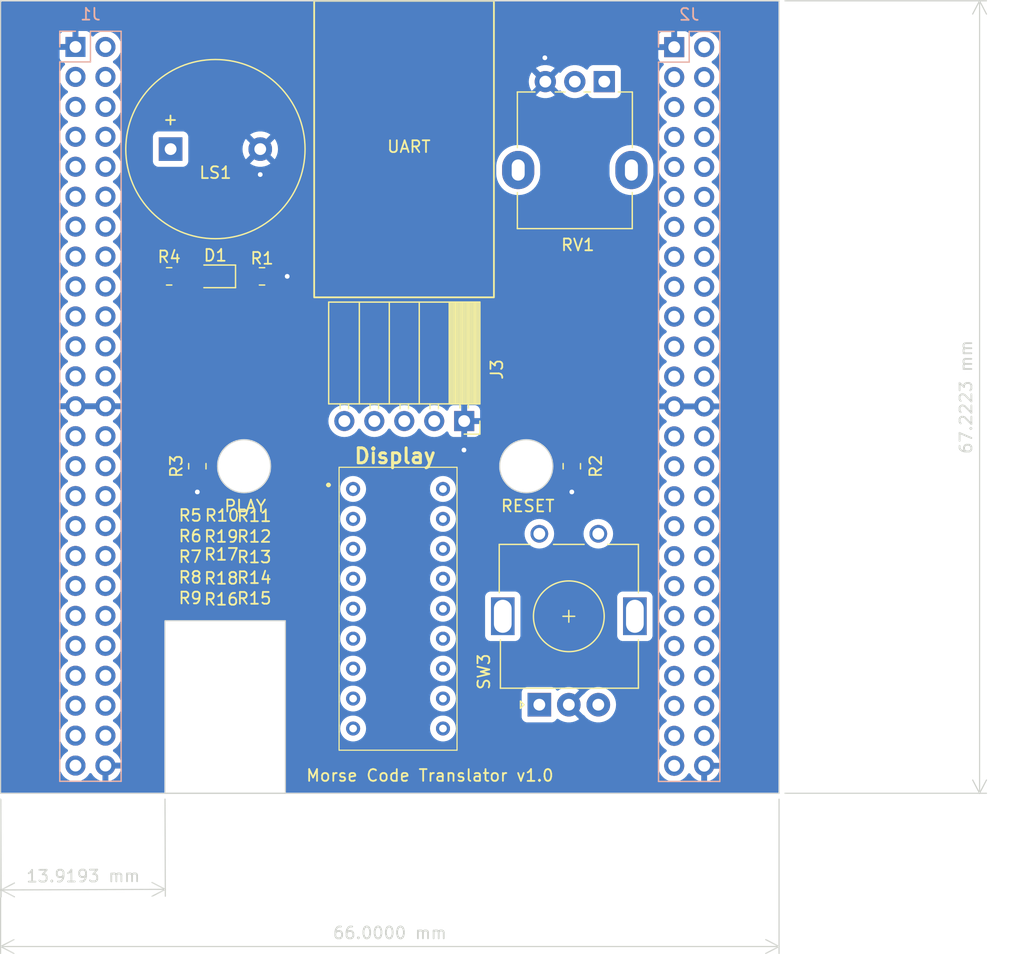
<source format=kicad_pcb>
(kicad_pcb (version 20221018) (generator pcbnew)
  (layers (0 "F.Cu" signal) (31 "B.Cu" signal) (34 "B.Paste" user) (35 "F.Paste" user) (36 "B.SilkS" user "B.Silkscreen") (37 "F.SilkS" user "F.Silkscreen") (38 "B.Mask" user) (39 "F.Mask" user) (44 "Edge.Cuts" user))
  (net 0 "")
  (net 1 "5V")
  (net 2 "3V")
  (net 46 "TXD")
  (net 47 "A")
  (net 48 "B")
  (net 49 "D1")
  (net 50 "D2")
  (net 51 "E")
  (net 52 "F")
  (net 53 "G1")
  (net 54 "G2")
  (net 55 "H")
  (net 56 "J")
  (net 57 "K")
  (net 58 "L")
  (net 59 "M")
  (net 60 "N")
  (net 61 "DP")
  (net 62 "dp")
  (net 63 "n")
  (net 73 "m")
  (net 74 "l")
  (net 75 "k")
  (net 76 "j")
  (net 77 "h")
  (net 78 "g2")
  (net 79 "g1")
  (net 80 "f")
  (net 81 "e")
  (net 82 "d2")
  (net 83 "d1")
  (net 84 "b")
  (net 85 "a")
  (net 88 "GND")
  (net 89 "Net-(LS1-Pad1)")
  (net 90 "Net-(D1-K)")
  (net 91 "OUTPUT")
  (net 92 "RXD")
  (net 94 "RESET")
  (net 95 "PLAY")
  (net 96 "Net-(R4-Pad1)")
  (net 97 "Increment")
  (net 98 "Decrement")
  (footprint "Resistor_SMD:R_0201_0603Metric" (layer "F.Cu") (at 106.081 96.238)
    (fp_text reference "R6" (at 0 -1.05) (layer "F.SilkS"))
    (fp_text value "100")
    (pad "1" smd roundrect (at -0.32 0) (size 0.46 0.4) (layers "F.Cu" "F.Mask") (net 48 "B"))
    (pad "2" smd roundrect (at 0.32 0) (size 0.46 0.4) (layers "F.Cu" "F.Mask") (net 84 "b"))
  )
  (footprint "Resistor_SMD:R_0201_0603Metric" (layer "F.Cu") (at 111.506 94.516)
    (fp_text reference "R11" (at 0 -1.05) (layer "F.SilkS"))
    (fp_text value "100")
    (pad "1" smd roundrect (at -0.32 0) (size 0.46 0.4) (layers "F.Cu" "F.Mask") (net 53 "G1"))
    (pad "2" smd roundrect (at 0.32 0) (size 0.46 0.4) (layers "F.Cu" "F.Mask") (net 79 "g1"))
  )
  (footprint "Resistor_SMD:R_0201_0603Metric" (layer "F.Cu") (at 106.081 99.738)
    (fp_text reference "R8" (at 0 -1.05) (layer "F.SilkS"))
    (fp_text value "100")
    (pad "1" smd roundrect (at -0.32 0) (size 0.46 0.4) (layers "F.Cu" "F.Mask") (net 50 "D2"))
    (pad "2" smd roundrect (at 0.32 0) (size 0.46 0.4) (layers "F.Cu" "F.Mask") (net 82 "d2"))
  )
  (footprint "Buzzer_Beeper:Buzzer_15x7.5RM7.6" (layer "F.Cu") (at 104.414 62.357)
    (fp_text reference "LS1" (at 3.8 1.999998) (layer "F.SilkS"))
    (fp_text value "Speaker")
    (fp_text user "+" (at -0.01 -2.54) (layer "F.SilkS"))
    (fp_circle (center 3.8 0) (end 11.4 0) (stroke (width 0.12)) (fill none) (layer "F.SilkS"))
    (pad "1" thru_hole rect (at 0 0) (size 2 2) (drill 1) (layers "*.Cu" "*.Mask") (net 89 "Net-(LS1-Pad1)"))
    (pad "2" thru_hole circle (at 7.6 0) (size 2 2) (drill 1) (layers "*.Cu" "*.Mask") (net 88 "GND"))
  )
  (footprint "Resistor_SMD:R_0201_0603Metric" (layer "F.Cu") (at 108.712 99.822)
    (fp_text reference "R18" (at 0 -1.05) (layer "F.SilkS"))
    (fp_text value "100")
    (pad "1" smd roundrect (at -0.32 0) (size 0.46 0.4) (layers "F.Cu" "F.Mask") (net 60 "N"))
    (pad "2" smd roundrect (at 0.32 0) (size 0.46 0.4) (layers "F.Cu" "F.Mask") (net 63 "n"))
  )
  (footprint "Resistor_SMD:R_0201_0603Metric" (layer "F.Cu") (at 111.506 101.516)
    (fp_text reference "R15" (at 0 -1.05) (layer "F.SilkS"))
    (fp_text value "100")
    (pad "1" smd roundrect (at -0.32 0) (size 0.46 0.4) (layers "F.Cu" "F.Mask") (net 57 "K"))
    (pad "2" smd roundrect (at 0.32 0) (size 0.46 0.4) (layers "F.Cu" "F.Mask") (net 75 "k"))
  )
  (footprint "Resistor_SMD:R_0201_0603Metric" (layer "F.Cu") (at 108.712 97.79)
    (fp_text reference "R17" (at 0 -1.05) (layer "F.SilkS"))
    (fp_text value "100")
    (pad "1" smd roundrect (at -0.32 0) (size 0.46 0.4) (layers "F.Cu" "F.Mask") (net 59 "M"))
    (pad "2" smd roundrect (at 0.32 0) (size 0.46 0.4) (layers "F.Cu" "F.Mask") (net 73 "m"))
  )
  (footprint "Resistor_SMD:R_0201_0603Metric" (layer "F.Cu") (at 108.712 96.266)
    (fp_text reference "R19" (at 0 -1.05) (layer "F.SilkS"))
    (fp_text value "100")
    (pad "1" smd roundrect (at -0.32 0) (size 0.46 0.4) (layers "F.Cu" "F.Mask") (net 61 "DP"))
    (pad "2" smd roundrect (at 0.32 0) (size 0.46 0.4) (layers "F.Cu" "F.Mask") (net 62 "dp"))
  )
  (footprint "Resistor_SMD:R_0201_0603Metric" (layer "F.Cu") (at 108.712 101.6)
    (fp_text reference "R16" (at 0 -1.05) (layer "F.SilkS"))
    (fp_text value "100")
    (pad "1" smd roundrect (at -0.32 0) (size 0.46 0.4) (layers "F.Cu" "F.Mask") (net 58 "L"))
    (pad "2" smd roundrect (at 0.32 0) (size 0.46 0.4) (layers "F.Cu" "F.Mask") (net 74 "l"))
  )
  (footprint "Resistor_SMD:R_0201_0603Metric" (layer "F.Cu") (at 111.506 96.266)
    (fp_text reference "R12" (at 0 -1.05) (layer "F.SilkS"))
    (fp_text value "100")
    (pad "1" smd roundrect (at -0.32 0) (size 0.46 0.4) (layers "F.Cu" "F.Mask") (net 54 "G2"))
    (pad "2" smd roundrect (at 0.32 0) (size 0.46 0.4) (layers "F.Cu" "F.Mask") (net 78 "g2"))
  )
  (footprint "Resistor_SMD:R_0805_2012Metric" (layer "F.Cu") (at 138.43 89.2575 -90)
    (fp_text reference "R2" (at 0 -2.032 90) (layer "F.SilkS"))
    (fp_text value "10k")
    (fp_line (start -0.227064 -0.735) (end 0.227064 -0.735) (stroke (width 0.12)) (layer "F.SilkS"))
    (fp_line (start -0.227064 0.735) (end 0.227064 0.735) (stroke (width 0.12)) (layer "F.SilkS"))
    (pad "1" smd roundrect (at -0.9125 0 270) (size 1.025 1.4) (layers "F.Cu" "F.Paste" "F.Mask") (roundrect_rratio 0.243902439) (net 94 "RESET"))
    (pad "2" smd roundrect (at 0.9125 0 270) (size 1.025 1.4) (layers "F.Cu" "F.Paste" "F.Mask") (roundrect_rratio 0.243902439) (net 88 "GND"))
  )
  (footprint "Resistor_SMD:R_0201_0603Metric" (layer "F.Cu") (at 111.506 98.016)
    (fp_text reference "R13" (at 0 -1.05) (layer "F.SilkS"))
    (fp_text value "100")
    (pad "1" smd roundrect (at -0.32 0) (size 0.46 0.4) (layers "F.Cu" "F.Mask") (net 55 "H"))
    (pad "2" smd roundrect (at 0.32 0) (size 0.46 0.4) (layers "F.Cu" "F.Mask") (net 77 "h"))
  )
  (footprint "Resistor_SMD:R_0201_0603Metric" (layer "F.Cu") (at 106.081 94.488)
    (fp_text reference "R5" (at 0 -1.05) (layer "F.SilkS"))
    (fp_text value "100")
    (pad "1" smd roundrect (at -0.32 0) (size 0.46 0.4) (layers "F.Cu" "F.Mask") (net 47 "A"))
    (pad "2" smd roundrect (at 0.32 0) (size 0.46 0.4) (layers "F.Cu" "F.Mask") (net 85 "a"))
  )
  (footprint "Connector_PinSocket_2.54mm:PinSocket_1x05_P2.54mm_Horizontal" (layer "F.Cu") (at 129.306 85.426 -90)
    (fp_text reference "J3" (at -4.38 -2.77 90) (layer "F.SilkS"))
    (fp_text value "UART")
    (fp_line (start -10.09 -1.33) (end -10.09 11.49) (stroke (width 0.12)) (layer "F.SilkS"))
    (fp_line (start -10.09 -1.33) (end -1.46 -1.33) (stroke (width 0.12)) (layer "F.SilkS"))
    (fp_line (start -10.09 -1.21) (end -1.46 -1.21) (stroke (width 0.12)) (layer "F.SilkS"))
    (fp_line (start -10.09 -1.091905) (end -1.46 -1.091905) (stroke (width 0.12)) (layer "F.SilkS"))
    (fp_line (start -10.09 -0.97381) (end -1.46 -0.97381) (stroke (width 0.12)) (layer "F.SilkS"))
    (fp_line (start -10.09 -0.855715) (end -1.46 -0.855715) (stroke (width 0.12)) (layer "F.SilkS"))
    (fp_line (start -10.09 -0.73762) (end -1.46 -0.73762) (stroke (width 0.12)) (layer "F.SilkS"))
    (fp_line (start -10.09 -0.619525) (end -1.46 -0.619525) (stroke (width 0.12)) (layer "F.SilkS"))
    (fp_line (start -10.09 -0.50143) (end -1.46 -0.50143) (stroke (width 0.12)) (layer "F.SilkS"))
    (fp_line (start -10.09 -0.383335) (end -1.46 -0.383335) (stroke (width 0.12)) (layer "F.SilkS"))
    (fp_line (start -10.09 -0.26524) (end -1.46 -0.26524) (stroke (width 0.12)) (layer "F.SilkS"))
    (fp_line (start -10.09 -0.147145) (end -1.46 -0.147145) (stroke (width 0.12)) (layer "F.SilkS"))
    (fp_line (start -10.09 -0.02905) (end -1.46 -0.02905) (stroke (width 0.12)) (layer "F.SilkS"))
    (fp_line (start -10.09 0.089045) (end -1.46 0.089045) (stroke (width 0.12)) (layer "F.SilkS"))
    (fp_line (start -10.09 0.20714) (end -1.46 0.20714) (stroke (width 0.12)) (layer "F.SilkS"))
    (fp_line (start -10.09 0.325235) (end -1.46 0.325235) (stroke (width 0.12)) (layer "F.SilkS"))
    (fp_line (start -10.09 0.44333) (end -1.46 0.44333) (stroke (width 0.12)) (layer "F.SilkS"))
    (fp_line (start -10.09 0.561425) (end -1.46 0.561425) (stroke (width 0.12)) (layer "F.SilkS"))
    (fp_line (start -10.09 0.67952) (end -1.46 0.67952) (stroke (width 0.12)) (layer "F.SilkS"))
    (fp_line (start -10.09 0.797615) (end -1.46 0.797615) (stroke (width 0.12)) (layer "F.SilkS"))
    (fp_line (start -10.09 0.91571) (end -1.46 0.91571) (stroke (width 0.12)) (layer "F.SilkS"))
    (fp_line (start -10.09 1.033805) (end -1.46 1.033805) (stroke (width 0.12)) (layer "F.SilkS"))
    (fp_line (start -10.09 1.1519) (end -1.46 1.1519) (stroke (width 0.12)) (layer "F.SilkS"))
    (fp_line (start -10.09 1.27) (end -1.46 1.27) (stroke (width 0.12)) (layer "F.SilkS"))
    (fp_line (start -10.09 3.81) (end -1.46 3.81) (stroke (width 0.12)) (layer "F.SilkS"))
    (fp_line (start -10.09 6.35) (end -1.46 6.35) (stroke (width 0.12)) (layer "F.SilkS"))
    (fp_line (start -10.09 8.89) (end -1.46 8.89) (stroke (width 0.12)) (layer "F.SilkS"))
    (fp_line (start -10.09 11.49) (end -1.46 11.49) (stroke (width 0.12)) (layer "F.SilkS"))
    (fp_line (start -1.46 -1.33) (end -1.46 11.49) (stroke (width 0.12)) (layer "F.SilkS"))
    (fp_line (start -1.46 -0.36) (end -1.11 -0.36) (stroke (width 0.12)) (layer "F.SilkS"))
    (fp_line (start -1.46 0.36) (end -1.11 0.36) (stroke (width 0.12)) (layer "F.SilkS"))
    (fp_line (start -1.46 2.18) (end -1.05 2.18) (stroke (width 0.12)) (layer "F.SilkS"))
    (fp_line (start -1.46 2.9) (end -1.05 2.9) (stroke (width 0.12)) (layer "F.SilkS"))
    (fp_line (start -1.46 4.72) (end -1.05 4.72) (stroke (width 0.12)) (layer "F.SilkS"))
    (fp_line (start -1.46 5.44) (end -1.05 5.44) (stroke (width 0.12)) (layer "F.SilkS"))
    (fp_line (start -1.46 7.26) (end -1.05 7.26) (stroke (width 0.12)) (layer "F.SilkS"))
    (fp_line (start -1.46 7.98) (end -1.05 7.98) (stroke (width 0.12)) (layer "F.SilkS"))
    (fp_line (start -1.46 9.8) (end -1.05 9.8) (stroke (width 0.12)) (layer "F.SilkS"))
    (fp_line (start -1.46 10.52) (end -1.05 10.52) (stroke (width 0.12)) (layer "F.SilkS"))
    (fp_line (start 0 -1.33) (end 1.11 -1.33) (stroke (width 0.12)) (layer "F.SilkS"))
    (fp_line (start 1.11 -1.33) (end 1.11 0) (stroke (width 0.12)) (layer "F.SilkS"))
    (pad "1" thru_hole rect (at 0 0 270) (size 1.7 1.7) (drill 1) (layers "*.Cu" "*.Mask") (net 88 "GND"))
    (pad "2" thru_hole oval (at 0 2.54 270) (size 1.7 1.7) (drill 1) (layers "*.Cu" "*.Mask"))
    (pad "3" thru_hole oval (at 0 5.08 270) (size 1.7 1.7) (drill 1) (layers "*.Cu" "*.Mask") (net 46 "TXD"))
    (pad "4" thru_hole oval (at 0 7.62 270) (size 1.7 1.7) (drill 1) (layers "*.Cu" "*.Mask") (net 92 "RXD"))
    (pad "5" thru_hole oval (at 0 10.16 270) (size 1.7 1.7) (drill 1) (layers "*.Cu" "*.Mask"))
  )
  (footprint "Resistor_SMD:R_0805_2012Metric" (layer "F.Cu") (at 106.68 89.2575 -90)
    (fp_text reference "R3" (at 0 1.778 -90) (layer "F.SilkS"))
    (fp_text value "10k")
    (fp_line (start -0.227064 -0.735) (end 0.227064 -0.735) (stroke (width 0.12)) (layer "F.SilkS"))
    (fp_line (start -0.227064 0.735) (end 0.227064 0.735) (stroke (width 0.12)) (layer "F.SilkS"))
    (pad "1" smd roundrect (at -0.9125 0 270) (size 1.025 1.4) (layers "F.Cu" "F.Paste" "F.Mask") (roundrect_rratio 0.243902439) (net 95 "PLAY"))
    (pad "2" smd roundrect (at 0.9125 0 270) (size 1.025 1.4) (layers "F.Cu" "F.Paste" "F.Mask") (roundrect_rratio 0.243902439) (net 88 "GND"))
  )
  (footprint "Resistor_SMD:R_0201_0603Metric" (layer "F.Cu") (at 111.506 99.766)
    (fp_text reference "R14" (at 0 -1.05) (layer "F.SilkS"))
    (fp_text value "100")
    (pad "1" smd roundrect (at -0.32 0) (size 0.46 0.4) (layers "F.Cu" "F.Mask") (net 56 "J"))
    (pad "2" smd roundrect (at 0.32 0) (size 0.46 0.4) (layers "F.Cu" "F.Mask") (net 76 "j"))
  )
  (footprint "Resistor_SMD:R_0201_0603Metric" (layer "F.Cu") (at 106.081 101.488)
    (fp_text reference "R9" (at 0 -1.05) (layer "F.SilkS"))
    (fp_text value "100")
    (pad "1" smd roundrect (at -0.32 0) (size 0.46 0.4) (layers "F.Cu" "F.Mask") (net 51 "E"))
    (pad "2" smd roundrect (at 0.32 0) (size 0.46 0.4) (layers "F.Cu" "F.Mask") (net 81 "e"))
  )
  (footprint "Resistor_SMD:R_0201_0603Metric" (layer "F.Cu") (at 106.081 97.988)
    (fp_text reference "R7" (at 0 -1.05) (layer "F.SilkS"))
    (fp_text value "100")
    (pad "1" smd roundrect (at -0.32 0) (size 0.46 0.4) (layers "F.Cu" "F.Mask") (net 49 "D1"))
    (pad "2" smd roundrect (at 0.32 0) (size 0.46 0.4) (layers "F.Cu" "F.Mask") (net 83 "d1"))
  )
  (footprint "Resistor_SMD:R_0201_0603Metric" (layer "F.Cu") (at 108.778 94.488)
    (fp_text reference "R10" (at 0 -1.05) (layer "F.SilkS"))
    (fp_text value "100")
    (pad "1" smd roundrect (at -0.32 0) (size 0.46 0.4) (layers "F.Cu" "F.Mask") (net 52 "F"))
    (pad "2" smd roundrect (at 0.32 0) (size 0.46 0.4) (layers "F.Cu" "F.Mask") (net 80 "f"))
  )
  (footprint "LDSE3904RI" (layer "F.Cu") (at 119.888 91.186)
    (fp_text reference "Display" (at 3.556 -2.794) (layer "F.SilkS") (effects (font (size 1.27 1.27) (thickness 0.254))))
    (fp_text value "LDSE3904RI" hide)
    (fp_line (start -2.19 -0.34) (end -2.19 -0.34) (stroke (width 0.2)) (layer "F.SilkS"))
    (fp_line (start -1.99 -0.34) (end -1.99 -0.34) (stroke (width 0.2)) (layer "F.SilkS"))
    (fp_line (start -1.19 -1.84) (end 8.81 -1.84) (stroke (width 0.1)) (layer "F.SilkS"))
    (fp_line (start -1.19 22.16) (end -1.19 -1.84) (stroke (width 0.1)) (layer "F.SilkS"))
    (fp_line (start 8.81 -1.84) (end 8.81 22.16) (stroke (width 0.1)) (layer "F.SilkS"))
    (fp_line (start 8.81 22.16) (end -1.19 22.16) (stroke (width 0.1)) (layer "F.SilkS"))
    (fp_arc (start -2.19 -0.34) (mid -2.09 -0.44) (end -1.99 -0.34) (stroke (width 0.2)) (layer "F.SilkS"))
    (fp_arc (start -1.99 -0.34) (mid -2.09 -0.24) (end -2.19 -0.34) (stroke (width 0.2)) (layer "F.SilkS"))
    (pad "1" thru_hole circle (at 0 0) (size 1.192 1.192) (drill 0.65) (layers "*.Cu" "*.Mask"))
    (pad "2" thru_hole circle (at 0 2.54) (size 1.192 1.192) (drill 0.65) (layers "*.Cu" "*.Mask"))
    (pad "3" thru_hole circle (at 0 5.08) (size 1.192 1.192) (drill 0.65) (layers "*.Cu" "*.Mask"))
    (pad "4" thru_hole circle (at 0 7.62) (size 1.192 1.192) (drill 0.65) (layers "*.Cu" "*.Mask"))
    (pad "5" thru_hole circle (at 0 10.16) (size 1.192 1.192) (drill 0.65) (layers "*.Cu" "*.Mask"))
    (pad "6" thru_hole circle (at 0 12.7) (size 1.192 1.192) (drill 0.65) (layers "*.Cu" "*.Mask"))
    (pad "7" thru_hole circle (at 0 15.24) (size 1.192 1.192) (drill 0.65) (layers "*.Cu" "*.Mask"))
    (pad "8" thru_hole circle (at 0 17.78) (size 1.192 1.192) (drill 0.65) (layers "*.Cu" "*.Mask"))
    (pad "9" thru_hole circle (at 0 20.32) (size 1.192 1.192) (drill 0.65) (layers "*.Cu" "*.Mask"))
    (pad "10" thru_hole circle (at 7.62 20.32) (size 1.192 1.192) (drill 0.65) (layers "*.Cu" "*.Mask"))
    (pad "11" thru_hole circle (at 7.62 17.78) (size 1.192 1.192) (drill 0.65) (layers "*.Cu" "*.Mask"))
    (pad "12" thru_hole circle (at 7.62 15.24) (size 1.192 1.192) (drill 0.65) (layers "*.Cu" "*.Mask"))
    (pad "13" thru_hole circle (at 7.62 12.7) (size 1.192 1.192) (drill 0.65) (layers "*.Cu" "*.Mask"))
    (pad "14" thru_hole circle (at 7.62 10.16) (size 1.192 1.192) (drill 0.65) (layers "*.Cu" "*.Mask"))
    (pad "15" thru_hole circle (at 7.62 7.62) (size 1.192 1.192) (drill 0.65) (layers "*.Cu" "*.Mask"))
    (pad "16" thru_hole circle (at 7.62 5.08) (size 1.192 1.192) (drill 0.65) (layers "*.Cu" "*.Mask"))
    (pad "17" thru_hole circle (at 7.62 2.54) (size 1.192 1.192) (drill 0.65) (layers "*.Cu" "*.Mask"))
    (pad "18" thru_hole circle (at 7.62 0) (size 1.192 1.192) (drill 0.65) (layers "*.Cu" "*.Mask"))
  )
  (footprint "Rotary_Encoder:RotaryEncoder_Alps_EC11E_Vertical_H20mm" (layer "F.Cu") (at 135.676 109.487 90)
    (fp_text reference "SW3" (at 2.8 -4.7 90) (layer "F.SilkS"))
    (fp_text value "RotaryEncoder")
    (fp_line (start -0.3 -1.6) (end 0.3 -1.6) (stroke (width 0.12)) (layer "F.SilkS"))
    (fp_line (start 0 -1.3) (end -0.3 -1.6) (stroke (width 0.12)) (layer "F.SilkS"))
    (fp_line (start 0.3 -1.6) (end 0 -1.3) (stroke (width 0.12)) (layer "F.SilkS"))
    (fp_line (start 1.4 -3.3) (end 1.4 8.4) (stroke (width 0.12)) (layer "F.SilkS"))
    (fp_line (start 5.5 -3.3) (end 1.4 -3.3) (stroke (width 0.12)) (layer "F.SilkS"))
    (fp_line (start 5.5 8.4) (end 1.4 8.4) (stroke (width 0.12)) (layer "F.SilkS"))
    (fp_line (start 7 2.5) (end 8 2.5) (stroke (width 0.12)) (layer "F.SilkS"))
    (fp_line (start 7.5 2) (end 7.5 3) (stroke (width 0.12)) (layer "F.SilkS"))
    (fp_line (start 9.5 -3.4) (end 13.6 -3.4) (stroke (width 0.12)) (layer "F.SilkS"))
    (fp_line (start 13.6 -3.4) (end 13.6 -0.8) (stroke (width 0.12)) (layer "F.SilkS"))
    (fp_line (start 13.6 1.2) (end 13.6 3.8) (stroke (width 0.12)) (layer "F.SilkS"))
    (fp_line (start 13.6 5.8) (end 13.6 8.4) (stroke (width 0.12)) (layer "F.SilkS"))
    (fp_line (start 13.6 8.4) (end 9.5 8.4) (stroke (width 0.12)) (layer "F.SilkS"))
    (fp_circle (center 7.5 2.5) (end 10.5 2.5) (stroke (width 0.12)) (fill none) (layer "F.SilkS"))
    (pad "" thru_hole circle (at 14.5 0 90) (size 1.5 1.5) (drill 1) (layers "*.Cu" "*.Mask"))
    (pad "" thru_hole circle (at 14.5 5 90) (size 1.5 1.5) (drill 1) (layers "*.Cu" "*.Mask"))
    (pad "A" thru_hole rect (at 0 0 90) (size 2 2) (drill 1) (layers "*.Cu" "*.Mask") (net 97 "Increment"))
    (pad "B" thru_hole circle (at 0 5 90) (size 2 2) (drill 1) (layers "*.Cu" "*.Mask") (net 98 "Decrement"))
    (pad "C" thru_hole circle (at 0 2.5 90) (size 2 2) (drill 1) (layers "*.Cu" "*.Mask") (net 88 "GND"))
    (pad "MP" thru_hole rect (at 7.5 -3.1 90) (size 3.2 2) (drill oval 2.8 1.5) (layers "*.Cu" "*.Mask"))
    (pad "MP" thru_hole rect (at 7.5 8.1 90) (size 3.2 2) (drill oval 2.8 1.5) (layers "*.Cu" "*.Mask"))
  )
  (footprint "Resistor_SMD:R_0805_2012Metric" (layer "F.Cu") (at 112.1645 73.152)
    (fp_text reference "R1" (at 0 -1.524) (layer "F.SilkS"))
    (fp_text value "330")
    (fp_line (start -0.227064 -0.735) (end 0.227064 -0.735) (stroke (width 0.12)) (layer "F.SilkS"))
    (fp_line (start -0.227064 0.735) (end 0.227064 0.735) (stroke (width 0.12)) (layer "F.SilkS"))
    (pad "1" smd roundrect (at -0.9125 0) (size 1.025 1.4) (layers "F.Cu" "F.Paste" "F.Mask") (roundrect_rratio 0.243902439) (net 90 "Net-(D1-K)"))
    (pad "2" smd roundrect (at 0.9125 0) (size 1.025 1.4) (layers "F.Cu" "F.Paste" "F.Mask") (roundrect_rratio 0.243902439) (net 88 "GND"))
  )
  (footprint "Resistor_SMD:R_0805_2012Metric" (layer "F.Cu") (at 104.2905 73.152)
    (fp_text reference "R4" (at 0 -1.65) (layer "F.SilkS"))
    (fp_text value "1k")
    (fp_line (start -0.227064 -0.735) (end 0.227064 -0.735) (stroke (width 0.12)) (layer "F.SilkS"))
    (fp_line (start -0.227064 0.735) (end 0.227064 0.735) (stroke (width 0.12)) (layer "F.SilkS"))
    (pad "1" smd roundrect (at -0.9125 0) (size 1.025 1.4) (layers "F.Cu" "F.Paste" "F.Mask") (roundrect_rratio 0.243902439) (net 96 "Net-(R4-Pad1)"))
    (pad "2" smd roundrect (at 0.9125 0) (size 1.025 1.4) (layers "F.Cu" "F.Paste" "F.Mask") (roundrect_rratio 0.243902439) (net 89 "Net-(LS1-Pad1)"))
  )
  (footprint "Potentiometer_THT:Potentiometer_Alpha_RD901F-40-00D_Single_Vertical" (layer "F.Cu") (at 141.184 56.632 -90)
    (fp_text reference "RV1" (at 13.853 2.246 -180) (layer "F.SilkS"))
    (fp_text value "10k")
    (fp_line (start 0.88 -2.38) (end 5.6 -2.38) (stroke (width 0.12)) (layer "F.SilkS"))
    (fp_line (start 0.88 -1.19) (end 0.88 -2.37) (stroke (width 0.12)) (layer "F.SilkS"))
    (fp_line (start 0.88 1.71) (end 0.88 1.18) (stroke (width 0.12)) (layer "F.SilkS"))
    (fp_line (start 0.88 4.16) (end 0.88 3.33) (stroke (width 0.12)) (layer "F.SilkS"))
    (fp_line (start 0.88 7.37) (end 0.88 5.88) (stroke (width 0.12)) (layer "F.SilkS"))
    (fp_line (start 0.88 7.37) (end 5.6 7.37) (stroke (width 0.12)) (layer "F.SilkS"))
    (fp_line (start 9.41 -2.37) (end 12.47 -2.37) (stroke (width 0.12)) (layer "F.SilkS"))
    (fp_line (start 9.41 7.37) (end 12.47 7.37) (stroke (width 0.12)) (layer "F.SilkS"))
    (fp_line (start 12.47 7.37) (end 12.47 -2.37) (stroke (width 0.12)) (layer "F.SilkS"))
    (pad "" thru_hole oval (at 7.5 -2.3) (size 2.72 3.24) (drill oval 1.1 1.8) (layers "*.Cu" "*.Mask"))
    (pad "" thru_hole oval (at 7.5 7.3) (size 2.72 3.24) (drill oval 1.1 1.8) (layers "*.Cu" "*.Mask"))
    (pad "1" thru_hole rect (at 0 0) (size 1.8 1.8) (drill 1) (layers "*.Cu" "*.Mask") (net 91 "OUTPUT"))
    (pad "2" thru_hole circle (at 0 2.5) (size 1.8 1.8) (drill 1) (layers "*.Cu" "*.Mask") (net 96 "Net-(R4-Pad1)"))
    (pad "3" thru_hole circle (at 0 5) (size 1.8 1.8) (drill 1) (layers "*.Cu" "*.Mask") (net 88 "GND"))
  )
  (footprint "LED_SMD:LED_0805_2012Metric" (layer "F.Cu") (at 108.234 73.152 180)
    (fp_text reference "D1" (at 0.03 1.778) (layer "F.SilkS"))
    (fp_text value "Output_LED")
    (fp_line (start -1.685 -0.96) (end -1.685 0.96) (stroke (width 0.12)) (layer "F.SilkS"))
    (fp_line (start -1.685 0.96) (end 1 0.96) (stroke (width 0.12)) (layer "F.SilkS"))
    (fp_line (start 1 -0.96) (end -1.685 -0.96) (stroke (width 0.12)) (layer "F.SilkS"))
    (pad "1" smd roundrect (at -0.9375 0 180) (size 0.975 1.4) (layers "F.Cu" "F.Paste" "F.Mask") (net 90 "Net-(D1-K)"))
    (pad "2" smd roundrect (at 0.9375 0 180) (size 0.975 1.4) (layers "F.Cu" "F.Paste" "F.Mask") (net 91 "OUTPUT"))
  )
  (footprint "Connector_PinSocket_2.54mm:PinSocket_2x25_P2.54mm_Vertical" (layer "B.Cu") (at 147.110964 53.706552 180)
    (fp_text reference "J2" (at -1.27 2.77) (layer "B.SilkS") (effects (justify mirror)))
    (fp_text value "Right Socket")
    (fp_line (start -3.87 -62.29) (end 1.33 -62.29) (stroke (width 0.12)) (layer "B.SilkS"))
    (fp_line (start -3.87 1.33) (end -3.87 -62.29) (stroke (width 0.12)) (layer "B.SilkS"))
    (fp_line (start -3.87 1.33) (end -1.27 1.33) (stroke (width 0.12)) (layer "B.SilkS"))
    (fp_line (start -1.27 -1.27) (end 1.33 -1.27) (stroke (width 0.12)) (layer "B.SilkS"))
    (fp_line (start -1.27 1.33) (end -1.27 -1.27) (stroke (width 0.12)) (layer "B.SilkS"))
    (fp_line (start 0 1.33) (end 1.33 1.33) (stroke (width 0.12)) (layer "B.SilkS"))
    (fp_line (start 1.33 -1.27) (end 1.33 -62.29) (stroke (width 0.12)) (layer "B.SilkS"))
    (fp_line (start 1.33 1.33) (end 1.33 0) (stroke (width 0.12)) (layer "B.SilkS"))
    (pad "1" thru_hole rect (at 0 0 180) (size 1.7 1.7) (drill 1) (layers "*.Cu" "*.Mask") (net 88 "GND"))
    (pad "2" thru_hole oval (at -2.54 0 180) (size 1.7 1.7) (drill 1) (layers "*.Cu" "*.Mask") (net 47 "A"))
    (pad "3" thru_hole oval (at 0 -2.54 180) (size 1.7 1.7) (drill 1) (layers "*.Cu" "*.Mask") (net 48 "B"))
    (pad "4" thru_hole oval (at -2.54 -2.54 180) (size 1.7 1.7) (drill 1) (layers "*.Cu" "*.Mask") (net 49 "D1"))
    (pad "5" thru_hole oval (at 0 -5.08 180) (size 1.7 1.7) (drill 1) (layers "*.Cu" "*.Mask") (net 50 "D2"))
    (pad "6" thru_hole oval (at -2.54 -5.08 180) (size 1.7 1.7) (drill 1) (layers "*.Cu" "*.Mask") (net 51 "E"))
    (pad "7" thru_hole oval (at 0 -7.62 180) (size 1.7 1.7) (drill 1) (layers "*.Cu" "*.Mask") (net 52 "F"))
    (pad "8" thru_hole oval (at -2.54 -7.62 180) (size 1.7 1.7) (drill 1) (layers "*.Cu" "*.Mask") (net 53 "G1"))
    (pad "9" thru_hole oval (at 0 -10.16 180) (size 1.7 1.7) (drill 1) (layers "*.Cu" "*.Mask") (net 54 "G2"))
    (pad "10" thru_hole oval (at -2.54 -10.16 180) (size 1.7 1.7) (drill 1) (layers "*.Cu" "*.Mask") (net 55 "H"))
    (pad "11" thru_hole oval (at 0 -12.7 180) (size 1.7 1.7) (drill 1) (layers "*.Cu" "*.Mask") (net 56 "J"))
    (pad "12" thru_hole oval (at -2.54 -12.7 180) (size 1.7 1.7) (drill 1) (layers "*.Cu" "*.Mask") (net 57 "K"))
    (pad "13" thru_hole oval (at 0 -15.24 180) (size 1.7 1.7) (drill 1) (layers "*.Cu" "*.Mask") (net 58 "L"))
    (pad "14" thru_hole oval (at -2.54 -15.24 180) (size 1.7 1.7) (drill 1) (layers "*.Cu" "*.Mask") (net 59 "M"))
    (pad "15" thru_hole oval (at 0 -17.78 180) (size 1.7 1.7) (drill 1) (layers "*.Cu" "*.Mask") (net 60 "N"))
    (pad "16" thru_hole oval (at -2.54 -17.78 180) (size 1.7 1.7) (drill 1) (layers "*.Cu" "*.Mask") (net 61 "DP"))
    (pad "17" thru_hole oval (at 0 -20.32 180) (size 1.7 1.7) (drill 1) (layers "*.Cu" "*.Mask") (net 46 "TXD"))
    (pad "18" thru_hole oval (at -2.54 -20.32 180) (size 1.7 1.7) (drill 1) (layers "*.Cu" "*.Mask") (net 92 "RXD"))
    (pad "19" thru_hole oval (at 0 -22.86 180) (size 1.7 1.7) (drill 1) (layers "*.Cu" "*.Mask"))
    (pad "20" thru_hole oval (at -2.54 -22.86 180) (size 1.7 1.7) (drill 1) (layers "*.Cu" "*.Mask"))
    (pad "21" thru_hole oval (at 0 -25.4 180) (size 1.7 1.7) (drill 1) (layers "*.Cu" "*.Mask"))
    (pad "22" thru_hole oval (at -2.54 -25.4 180) (size 1.7 1.7) (drill 1) (layers "*.Cu" "*.Mask"))
    (pad "23" thru_hole oval (at 0 -27.94 180) (size 1.7 1.7) (drill 1) (layers "*.Cu" "*.Mask"))
    (pad "24" thru_hole oval (at -2.54 -27.94 180) (size 1.7 1.7) (drill 1) (layers "*.Cu" "*.Mask"))
    (pad "25" thru_hole oval (at 0 -30.48 180) (size 1.7 1.7) (drill 1) (layers "*.Cu" "*.Mask") (net 88 "GND"))
    (pad "26" thru_hole oval (at -2.54 -30.48 180) (size 1.7 1.7) (drill 1) (layers "*.Cu" "*.Mask") (net 88 "GND"))
    (pad "27" thru_hole oval (at 0 -33.02 180) (size 1.7 1.7) (drill 1) (layers "*.Cu" "*.Mask"))
    (pad "28" thru_hole oval (at -2.54 -33.02 180) (size 1.7 1.7) (drill 1) (layers "*.Cu" "*.Mask"))
    (pad "29" thru_hole oval (at 0 -35.56 180) (size 1.7 1.7) (drill 1) (layers "*.Cu" "*.Mask"))
    (pad "30" thru_hole oval (at -2.54 -35.56 180) (size 1.7 1.7) (drill 1) (layers "*.Cu" "*.Mask") (net 95 "PLAY"))
    (pad "31" thru_hole oval (at 0 -38.1 180) (size 1.7 1.7) (drill 1) (layers "*.Cu" "*.Mask") (net 94 "RESET"))
    (pad "32" thru_hole oval (at -2.54 -38.1 180) (size 1.7 1.7) (drill 1) (layers "*.Cu" "*.Mask") (net 91 "OUTPUT"))
    (pad "33" thru_hole oval (at 0 -40.64 180) (size 1.7 1.7) (drill 1) (layers "*.Cu" "*.Mask") (net 62 "dp"))
    (pad "34" thru_hole oval (at -2.54 -40.64 180) (size 1.7 1.7) (drill 1) (layers "*.Cu" "*.Mask") (net 63 "n"))
    (pad "35" thru_hole oval (at 0 -43.18 180) (size 1.7 1.7) (drill 1) (layers "*.Cu" "*.Mask") (net 73 "m"))
    (pad "36" thru_hole oval (at -2.54 -43.18 180) (size 1.7 1.7) (drill 1) (layers "*.Cu" "*.Mask") (net 74 "l"))
    (pad "37" thru_hole oval (at 0 -45.72 180) (size 1.7 1.7) (drill 1) (layers "*.Cu" "*.Mask") (net 75 "k"))
    (pad "38" thru_hole oval (at -2.54 -45.72 180) (size 1.7 1.7) (drill 1) (layers "*.Cu" "*.Mask") (net 76 "j"))
    (pad "39" thru_hole oval (at 0 -48.26 180) (size 1.7 1.7) (drill 1) (layers "*.Cu" "*.Mask") (net 77 "h"))
    (pad "40" thru_hole oval (at -2.54 -48.26 180) (size 1.7 1.7) (drill 1) (layers "*.Cu" "*.Mask") (net 78 "g2"))
    (pad "41" thru_hole oval (at 0 -50.8 180) (size 1.7 1.7) (drill 1) (layers "*.Cu" "*.Mask") (net 79 "g1"))
    (pad "42" thru_hole oval (at -2.54 -50.8 180) (size 1.7 1.7) (drill 1) (layers "*.Cu" "*.Mask") (net 80 "f"))
    (pad "43" thru_hole oval (at 0 -53.34 180) (size 1.7 1.7) (drill 1) (layers "*.Cu" "*.Mask") (net 81 "e"))
    (pad "44" thru_hole oval (at -2.54 -53.34 180) (size 1.7 1.7) (drill 1) (layers "*.Cu" "*.Mask") (net 82 "d2"))
    (pad "45" thru_hole oval (at 0 -55.88 180) (size 1.7 1.7) (drill 1) (layers "*.Cu" "*.Mask") (net 83 "d1"))
    (pad "46" thru_hole oval (at -2.54 -55.88 180) (size 1.7 1.7) (drill 1) (layers "*.Cu" "*.Mask") (net 84 "b"))
    (pad "47" thru_hole oval (at 0 -58.42 180) (size 1.7 1.7) (drill 1) (layers "*.Cu" "*.Mask") (net 85 "a"))
    (pad "48" thru_hole oval (at -2.54 -58.42 180) (size 1.7 1.7) (drill 1) (layers "*.Cu" "*.Mask"))
    (pad "49" thru_hole oval (at 0 -60.96 180) (size 1.7 1.7) (drill 1) (layers "*.Cu" "*.Mask"))
    (pad "50" thru_hole oval (at -2.54 -60.96 180) (size 1.7 1.7) (drill 1) (layers "*.Cu" "*.Mask") (net 88 "GND"))
  )
  (footprint "Connector_PinSocket_2.54mm:PinSocket_2x25_P2.54mm_Vertical" (layer "B.Cu") (at 96.34879 53.690999 180)
    (fp_text reference "J1" (at -1.27 2.77) (layer "B.SilkS") (effects (justify mirror)))
    (fp_text value "Left Socket")
    (fp_line (start -3.87 -62.29) (end 1.33 -62.29) (stroke (width 0.12)) (layer "B.SilkS"))
    (fp_line (start -3.87 1.33) (end -3.87 -62.29) (stroke (width 0.12)) (layer "B.SilkS"))
    (fp_line (start -3.87 1.33) (end -1.27 1.33) (stroke (width 0.12)) (layer "B.SilkS"))
    (fp_line (start -1.27 -1.27) (end 1.33 -1.27) (stroke (width 0.12)) (layer "B.SilkS"))
    (fp_line (start -1.27 1.33) (end -1.27 -1.27) (stroke (width 0.12)) (layer "B.SilkS"))
    (fp_line (start 0 1.33) (end 1.33 1.33) (stroke (width 0.12)) (layer "B.SilkS"))
    (fp_line (start 1.33 -1.27) (end 1.33 -62.29) (stroke (width 0.12)) (layer "B.SilkS"))
    (fp_line (start 1.33 1.33) (end 1.33 0) (stroke (width 0.12)) (layer "B.SilkS"))
    (pad "1" thru_hole rect (at 0 0 180) (size 1.7 1.7) (drill 1) (layers "*.Cu" "*.Mask") (net 88 "GND"))
    (pad "2" thru_hole oval (at -2.54 0 180) (size 1.7 1.7) (drill 1) (layers "*.Cu" "*.Mask") (net 1 "5V"))
    (pad "3" thru_hole oval (at 0 -2.54 180) (size 1.7 1.7) (drill 1) (layers "*.Cu" "*.Mask") (net 2 "3V"))
    (pad "4" thru_hole oval (at -2.54 -2.54 180) (size 1.7 1.7) (drill 1) (layers "*.Cu" "*.Mask"))
    (pad "5" thru_hole oval (at 0 -5.08 180) (size 1.7 1.7) (drill 1) (layers "*.Cu" "*.Mask"))
    (pad "6" thru_hole oval (at -2.54 -5.08 180) (size 1.7 1.7) (drill 1) (layers "*.Cu" "*.Mask"))
    (pad "7" thru_hole oval (at 0 -7.62 180) (size 1.7 1.7) (drill 1) (layers "*.Cu" "*.Mask"))
    (pad "8" thru_hole oval (at -2.54 -7.62 180) (size 1.7 1.7) (drill 1) (layers "*.Cu" "*.Mask"))
    (pad "9" thru_hole oval (at 0 -10.16 180) (size 1.7 1.7) (drill 1) (layers "*.Cu" "*.Mask"))
    (pad "10" thru_hole oval (at -2.54 -10.16 180) (size 1.7 1.7) (drill 1) (layers "*.Cu" "*.Mask"))
    (pad "11" thru_hole oval (at 0 -12.7 180) (size 1.7 1.7) (drill 1) (layers "*.Cu" "*.Mask"))
    (pad "12" thru_hole oval (at -2.54 -12.7 180) (size 1.7 1.7) (drill 1) (layers "*.Cu" "*.Mask"))
    (pad "13" thru_hole oval (at 0 -15.24 180) (size 1.7 1.7) (drill 1) (layers "*.Cu" "*.Mask"))
    (pad "14" thru_hole oval (at -2.54 -15.24 180) (size 1.7 1.7) (drill 1) (layers "*.Cu" "*.Mask"))
    (pad "15" thru_hole oval (at 0 -17.78 180) (size 1.7 1.7) (drill 1) (layers "*.Cu" "*.Mask"))
    (pad "16" thru_hole oval (at -2.54 -17.78 180) (size 1.7 1.7) (drill 1) (layers "*.Cu" "*.Mask"))
    (pad "17" thru_hole oval (at 0 -20.32 180) (size 1.7 1.7) (drill 1) (layers "*.Cu" "*.Mask"))
    (pad "18" thru_hole oval (at -2.54 -20.32 180) (size 1.7 1.7) (drill 1) (layers "*.Cu" "*.Mask"))
    (pad "19" thru_hole oval (at 0 -22.86 180) (size 1.7 1.7) (drill 1) (layers "*.Cu" "*.Mask"))
    (pad "20" thru_hole oval (at -2.54 -22.86 180) (size 1.7 1.7) (drill 1) (layers "*.Cu" "*.Mask"))
    (pad "21" thru_hole oval (at 0 -25.4 180) (size 1.7 1.7) (drill 1) (layers "*.Cu" "*.Mask"))
    (pad "22" thru_hole oval (at -2.54 -25.4 180) (size 1.7 1.7) (drill 1) (layers "*.Cu" "*.Mask"))
    (pad "23" thru_hole oval (at 0 -27.94 180) (size 1.7 1.7) (drill 1) (layers "*.Cu" "*.Mask"))
    (pad "24" thru_hole oval (at -2.54 -27.94 180) (size 1.7 1.7) (drill 1) (layers "*.Cu" "*.Mask"))
    (pad "25" thru_hole oval (at 0 -30.48 180) (size 1.7 1.7) (drill 1) (layers "*.Cu" "*.Mask") (net 88 "GND"))
    (pad "26" thru_hole oval (at -2.54 -30.48 180) (size 1.7 1.7) (drill 1) (layers "*.Cu" "*.Mask") (net 88 "GND"))
    (pad "27" thru_hole oval (at 0 -33.02 180) (size 1.7 1.7) (drill 1) (layers "*.Cu" "*.Mask"))
    (pad "28" thru_hole oval (at -2.54 -33.02 180) (size 1.7 1.7) (drill 1) (layers "*.Cu" "*.Mask"))
    (pad "29" thru_hole oval (at 0 -35.56 180) (size 1.7 1.7) (drill 1) (layers "*.Cu" "*.Mask"))
    (pad "30" thru_hole oval (at -2.54 -35.56 180) (size 1.7 1.7) (drill 1) (layers "*.Cu" "*.Mask"))
    (pad "31" thru_hole oval (at 0 -38.1 180) (size 1.7 1.7) (drill 1) (layers "*.Cu" "*.Mask"))
    (pad "32" thru_hole oval (at -2.54 -38.1 180) (size 1.7 1.7) (drill 1) (layers "*.Cu" "*.Mask"))
    (pad "33" thru_hole oval (at 0 -40.64 180) (size 1.7 1.7) (drill 1) (layers "*.Cu" "*.Mask"))
    (pad "34" thru_hole oval (at -2.54 -40.64 180) (size 1.7 1.7) (drill 1) (layers "*.Cu" "*.Mask"))
    (pad "35" thru_hole oval (at 0 -43.18 180) (size 1.7 1.7) (drill 1) (layers "*.Cu" "*.Mask"))
    (pad "36" thru_hole oval (at -2.54 -43.18 180) (size 1.7 1.7) (drill 1) (layers "*.Cu" "*.Mask"))
    (pad "37" thru_hole oval (at 0 -45.72 180) (size 1.7 1.7) (drill 1) (layers "*.Cu" "*.Mask"))
    (pad "38" thru_hole oval (at -2.54 -45.72 180) (size 1.7 1.7) (drill 1) (layers "*.Cu" "*.Mask"))
    (pad "39" thru_hole oval (at 0 -48.26 180) (size 1.7 1.7) (drill 1) (layers "*.Cu" "*.Mask"))
    (pad "40" thru_hole oval (at -2.54 -48.26 180) (size 1.7 1.7) (drill 1) (layers "*.Cu" "*.Mask"))
    (pad "41" thru_hole oval (at 0 -50.8 180) (size 1.7 1.7) (drill 1) (layers "*.Cu" "*.Mask"))
    (pad "42" thru_hole oval (at -2.54 -50.8 180) (size 1.7 1.7) (drill 1) (layers "*.Cu" "*.Mask"))
    (pad "43" thru_hole oval (at 0 -53.34 180) (size 1.7 1.7) (drill 1) (layers "*.Cu" "*.Mask"))
    (pad "44" thru_hole oval (at -2.54 -53.34 180) (size 1.7 1.7) (drill 1) (layers "*.Cu" "*.Mask"))
    (pad "45" thru_hole oval (at 0 -55.88 180) (size 1.7 1.7) (drill 1) (layers "*.Cu" "*.Mask"))
    (pad "46" thru_hole oval (at -2.54 -55.88 180) (size 1.7 1.7) (drill 1) (layers "*.Cu" "*.Mask"))
    (pad "47" thru_hole oval (at 0 -58.42 180) (size 1.7 1.7) (drill 1) (layers "*.Cu" "*.Mask"))
    (pad "48" thru_hole oval (at -2.54 -58.42 180) (size 1.7 1.7) (drill 1) (layers "*.Cu" "*.Mask") (net 2 "3V"))
    (pad "49" thru_hole oval (at 0 -60.96 180) (size 1.7 1.7) (drill 1) (layers "*.Cu" "*.Mask") (net 1 "5V"))
    (pad "50" thru_hole oval (at -2.54 -60.96 180) (size 1.7 1.7) (drill 1) (layers "*.Cu" "*.Mask") (net 88 "GND"))
  )
  (gr_rect (start 116.586 49.784) (end 131.826 74.93) (stroke (width 0.15)) (fill none) (layer "F.SilkS"))
  (gr_circle (center 110.6424 89.2556) (end 112.8924 89.2556) (stroke (width 0.1)) (fill none) (layer "Edge.Cuts"))
  (gr_rect (start 103.9368 102.362) (end 114.1476 116.9924) (stroke (width 0.1)) (fill none) (layer "Edge.Cuts"))
  (gr_circle (center 134.5692 89.2556) (end 136.8192 89.2556) (stroke (width 0.1)) (fill none) (layer "Edge.Cuts"))
  (gr_rect (start 90 49.777748) (end 156 117) (stroke (width 0.1)) (fill none) (layer "Edge.Cuts"))
  (gr_text "RESET" (at 132.334 93.218) (layer "F.SilkS") (effects (font (size 1 1)) (justify left bottom)))
  (gr_text "Morse Code Translator v1.0" (at 115.824 116.078) (layer "F.SilkS") (effects (font (size 1 1)) (justify left bottom)))
  (gr_text "UART" (at 122.682 62.738) (layer "F.SilkS") (effects (font (size 1 1)) (justify left bottom)))
  (gr_text "PLAY" (at 110.744 93.218) (layer "F.SilkS") (effects (font (size 1 1)) (justify bottom)))
  (dimension (type aligned) (layer "Edge.Cuts") (pts (xy 90 117) (xy 156 117)) (height 12.999999) (gr_text "66.0000 mm" (at 123 128.849999) (layer "Edge.Cuts") (effects (font (size 1 1) (thickness 0.15)))) (format (prefix "") (suffix "") (units 3) (units_format 1) (precision 4)) (style (thickness 0.1) (arrow_length 1.27) (text_position_mode 0) (extension_height 0.58642) (extension_offset 0.5) keep_text_aligned))
  (dimension (type aligned) (layer "Edge.Cuts") (pts (xy 156 49.777748) (xy 156 117)) (height -17) (gr_text "67.2223 mm" (at 171.85 83.388874 90) (layer "Edge.Cuts") (effects (font (size 1 1) (thickness 0.15)))) (format (prefix "") (suffix "") (units 3) (units_format 1) (precision 4)) (style (thickness 0.1) (arrow_length 1.27) (text_position_mode 0) (extension_height 0.58642) (extension_offset 0.5) keep_text_aligned))
  (dimension (type aligned) (layer "Edge.Cuts") (pts (xy 103.9368 116.9924) (xy 90.0176 117.0432)) (height -8.157188) (gr_text "13.9193 mm" (at 97.002774 124.024942 0.2091077559) (layer "Edge.Cuts") (effects (font (size 1 1) (thickness 0.15)))) (format (prefix "") (suffix "") (units 3) (units_format 1) (precision 4)) (style (thickness 0.1) (arrow_length 1.27) (text_position_mode 0) (extension_height 0.58642) (extension_offset 0.5) keep_text_aligned))
  (via (at 129.286 87.884) (size 0.8) (drill 0.4) (layers "F.Cu" "B.Cu") (net 88))
  (via (at 114.3 73.152) (size 0.8) (drill 0.4) (layers "F.Cu" "B.Cu") (net 88))
  (via (at 136.144 54.61) (size 0.8) (drill 0.4) (layers "F.Cu" "B.Cu") (net 88))
  (via (at 112.014 64.516) (size 0.8) (drill 0.4) (layers "F.Cu" "B.Cu") (net 88))
  (via (at 106.68 91.44) (size 0.8) (drill 0.4) (layers "F.Cu" "B.Cu") (net 88))
  (via (at 138.43 91.44) (size 0.8) (drill 0.4) (layers "F.Cu" "B.Cu") (net 88))
  (zone (net 88) (net_name "GND") (layer "B.Cu") (connect_pads (clearance 0.5)) (min_thickness 0.25) (fill yes (thermal_gap 0.5) (thermal_bridge_width 0.5))
    (polygon (pts (xy 90.0176 49.8348) (xy 90.0176 117.0432) (xy 103.9368 116.9924) (xy 103.9876 102.362) (xy 114.1476 102.362) (xy 114.1476 116.9924) (xy 156.0068 117.0432) (xy 156.0068 49.8348)))
  )
)
</source>
